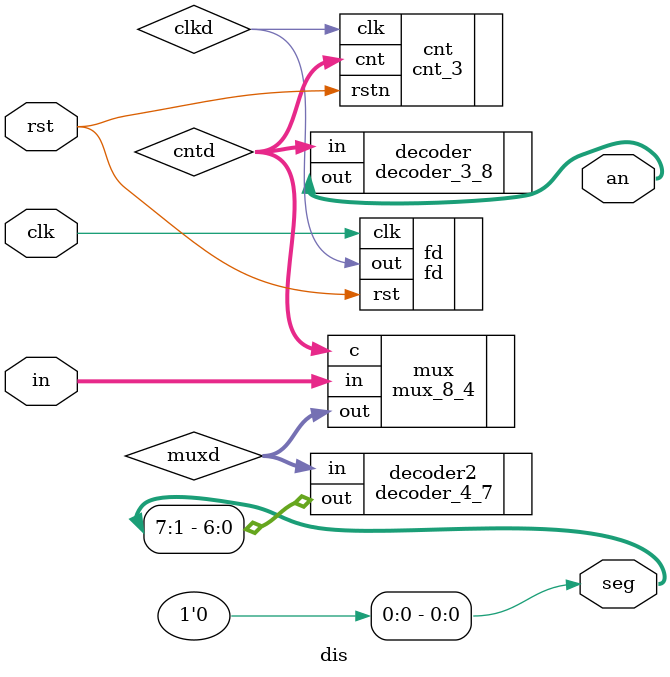
<source format=v>
`timescale 1ns / 1ps


module dis(

    input [0:0]clk,
    input [0:0]rst,
    input [31:0]in,
    
    output[7:0]an,
    output[7:0]seg
    
);

    wire [0:0]clkd;
    wire [2:0]cntd;
    wire [3:0]muxd;

    fd fd(
        .clk(clk),
        .rst(rst),
        .out(clkd)
    );
    
    cnt_3 cnt(
        .clk(clkd),
        .rstn(rst),
        .cnt(cntd)
    );
    
    decoder_3_8 decoder(
        .in(cntd),
        .out(an)
    );
    
    mux_8_4 mux(
        .c(cntd),
        .in(in),
        .out(muxd)
    );
    
    decoder_4_7 decoder2(
        .in(muxd),
        .out(seg[7:1])
    );
    
    assign seg[0]=0;

endmodule
</source>
